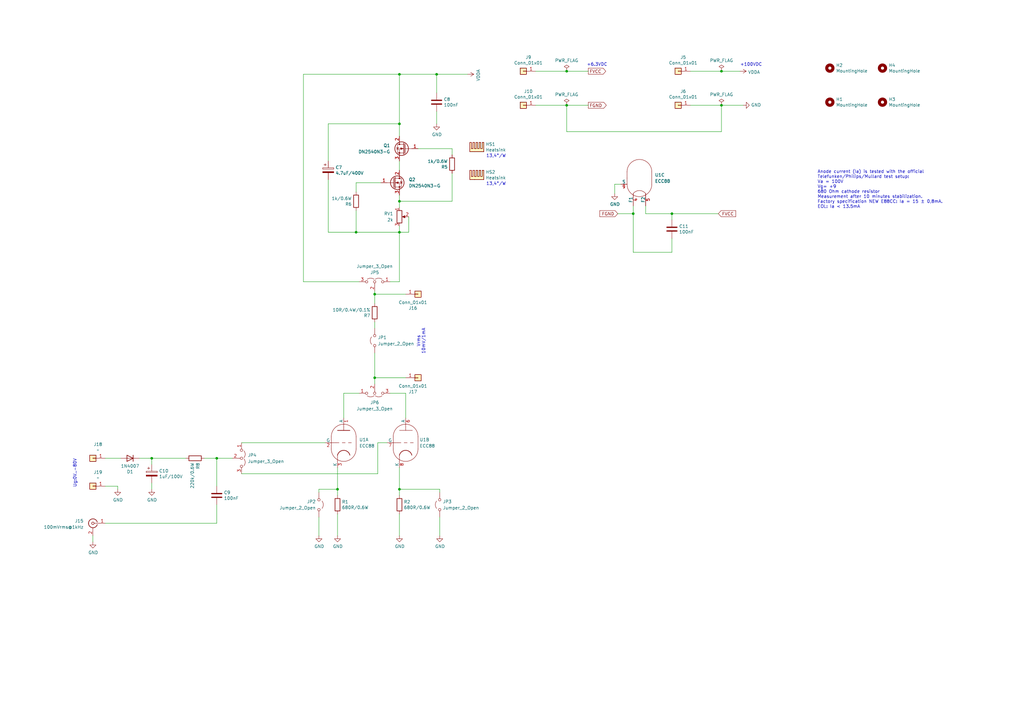
<source format=kicad_sch>
(kicad_sch (version 20231120) (generator "eeschema") (generator_version "8.0")
  (paper "A3")
  (title_block (title "GM Test Setup ECC88/E88CC") (date "2024-08-08") (rev "V2"))
  (lib_symbols
    (symbol "Connector:Conn_Coaxial" (pin_names (offset 1.016) hide)
      (property "Reference" "J" (at 0.254 3.048 0))
      (property "Value" "Conn_Coaxial" (at 2.921 0 90))
      (symbol "Conn_Coaxial_0_1"
        (arc (start -1.778 -0.508) (mid 0.2311 -1.8066) (end 1.778 0) (stroke (width 0.254)))
        (polyline (pts (xy -2.54 0) (xy -0.508 0)))
        (polyline (pts (xy 0 -2.54) (xy 0 -1.778)))
        (circle (center 0 0) (radius 0.508) (stroke (width 0.2032)))
        (arc (start 1.778 0) (mid 0.2099 1.8101) (end -1.778 0.508) (stroke (width 0.254)))
      )
      (symbol "Conn_Coaxial_1_1"
        (pin passive line (at -5.08 0 0) (length 2.54) (name "In") (number "1"))
        (pin passive line (at 0 -5.08 90) (length 2.54) (name "Ext") (number "2"))
      )
    )
    (symbol "Connector_Generic:Conn_01x01" (pin_names (offset 1.016) hide)
      (property "Reference" "J" (at 0 2.54 0))
      (property "Value" "Conn_01x01" (at 0 -2.54 0))
      (symbol "Conn_01x01_1_1"
        (rectangle (start -1.27 0.127) (end 0 -0.127) (stroke (width 0.1524)))
        (rectangle (start -1.27 1.27) (end 1.27 -1.27) (stroke (width 0.254)) (fill (type background)))
        (pin passive line (at -5.08 0 0) (length 3.81) (name "Pin_1") (number "1"))
      )
    )
    (symbol "Device:C" (pin_numbers hide) (pin_names (offset 0.254))
      (property "Reference" "C" (at 0.635 2.54 0))
      (property "Value" "C" (at 0.635 -2.54 0))
      (symbol "C_0_1"
        (polyline (pts (xy -2.032 -0.762) (xy 2.032 -0.762)) (stroke (width 0.508)))
        (polyline (pts (xy -2.032 0.762) (xy 2.032 0.762)) (stroke (width 0.508)))
      )
      (symbol "C_1_1"
        (pin passive line (at 0 3.81 270) (length 2.794) (name "~") (number "1"))
        (pin passive line (at 0 -3.81 90) (length 2.794) (name "~") (number "2"))
      )
    )
    (symbol "Device:C_Polarized" (pin_numbers hide) (pin_names (offset 0.254))
      (property "Reference" "C" (at 0.635 2.54 0))
      (property "Value" "C_Polarized" (at 0.635 -2.54 0))
      (symbol "C_Polarized_0_1"
        (rectangle (start -2.286 0.508) (end 2.286 1.016))
        (polyline (pts (xy -1.778 2.286) (xy -0.762 2.286)))
        (polyline (pts (xy -1.27 2.794) (xy -1.27 1.778)))
        (rectangle (start 2.286 -0.508) (end -2.286 -1.016) (fill (type outline)))
      )
      (symbol "C_Polarized_1_1"
        (pin passive line (at 0 3.81 270) (length 2.794) (name "~") (number "1"))
        (pin passive line (at 0 -3.81 90) (length 2.794) (name "~") (number "2"))
      )
    )
    (symbol "Device:R" (pin_numbers hide) (pin_names (offset 0))
      (property "Reference" "R" (at 2.032 0 90))
      (property "Value" "R" (at 0 0 90))
      (symbol "R_0_1"
        (rectangle (start -1.016 -2.54) (end 1.016 2.54) (stroke (width 0.254)))
      )
      (symbol "R_1_1"
        (pin passive line (at 0 3.81 270) (length 1.27) (name "~") (number "1"))
        (pin passive line (at 0 -3.81 90) (length 1.27) (name "~") (number "2"))
      )
    )
    (symbol "Device:R_Potentiometer" (pin_names (offset 1.016) hide)
      (property "Reference" "RV" (at -4.445 0 90))
      (property "Value" "R_Potentiometer" (at -2.54 0 90))
      (symbol "R_Potentiometer_0_1"
        (polyline (pts (xy 2.54 0) (xy 1.524 0)))
        (polyline (pts (xy 1.143 0) (xy 2.286 0.508) (xy 2.286 -0.508) (xy 1.143 0)) (fill (type outline)))
        (rectangle (start 1.016 2.54) (end -1.016 -2.54) (stroke (width 0.254)))
      )
      (symbol "R_Potentiometer_1_1"
        (pin passive line (at 0 3.81 270) (length 1.27) (name "1") (number "1"))
        (pin passive line (at 3.81 0 180) (length 1.27) (name "2") (number "2"))
        (pin passive line (at 0 -3.81 90) (length 1.27) (name "3") (number "3"))
      )
    )
    (symbol "Diode:1N4007" (pin_numbers hide) (pin_names hide)
      (property "Reference" "D" (at 0 2.54 0))
      (property "Value" "1N4007" (at 0 -2.54 0))
      (symbol "1N4007_0_1"
        (polyline (pts (xy -1.27 1.27) (xy -1.27 -1.27)) (stroke (width 0.254)))
        (polyline (pts (xy 1.27 0) (xy -1.27 0)))
        (polyline (pts (xy 1.27 1.27) (xy 1.27 -1.27) (xy -1.27 0) (xy 1.27 1.27)) (stroke (width 0.254)))
      )
      (symbol "1N4007_1_1"
        (pin passive line (at -3.81 0 0) (length 2.54) (name "K") (number "1"))
        (pin passive line (at 3.81 0 180) (length 2.54) (name "A") (number "2"))
      )
    )
    (symbol "Jumper:Jumper_2_Open" (pin_numbers hide) (pin_names (offset 0) hide) (exclude_from_sim yes)
      (property "Reference" "JP" (at 0 2.794 0))
      (property "Value" "Jumper_2_Open" (at 0 -2.286 0))
      (symbol "Jumper_2_Open_0_0"
        (circle (center -2.032 0) (radius 0.508))
        (circle (center 2.032 0) (radius 0.508))
      )
      (symbol "Jumper_2_Open_0_1"
        (arc (start 1.524 1.27) (mid 0 1.778) (end -1.524 1.27))
      )
      (symbol "Jumper_2_Open_1_1"
        (pin passive line (at -5.08 0 0) (length 2.54) (name "A") (number "1"))
        (pin passive line (at 5.08 0 180) (length 2.54) (name "B") (number "2"))
      )
    )
    (symbol "Jumper:Jumper_3_Open" (pin_names (offset 0) hide) (exclude_from_sim yes) (in_bom no)
      (property "Reference" "JP" (at -2.54 -2.54 0))
      (property "Value" "Jumper_3_Open" (at 0 2.794 0))
      (symbol "Jumper_3_Open_0_0"
        (circle (center -3.302 0) (radius 0.508))
        (circle (center 0 0) (radius 0.508))
        (circle (center 3.302 0) (radius 0.508))
      )
      (symbol "Jumper_3_Open_0_1"
        (arc (start -0.254 1.016) (mid -1.651 1.4992) (end -3.048 1.016))
        (polyline (pts (xy 0 -0.508) (xy 0 -1.27)))
        (arc (start 3.048 1.016) (mid 1.651 1.4992) (end 0.254 1.016))
      )
      (symbol "Jumper_3_Open_1_1"
        (pin passive line (at -6.35 0 0) (length 2.54) (name "A") (number "1"))
        (pin passive line (at 0 -3.81 90) (length 2.54) (name "C") (number "2"))
        (pin passive line (at 6.35 0 180) (length 2.54) (name "B") (number "3"))
      )
    )
    (symbol "Mechanical:Heatsink" (pin_names (offset 1.016)) (exclude_from_sim yes)
      (property "Reference" "HS" (at 0 5.08 0))
      (property "Value" "Heatsink" (at 0 -1.27 0))
      (symbol "Heatsink_0_1"
        (polyline (pts (xy -0.3302 1.27) (xy -0.9652 1.27) (xy -0.9652 3.81) (xy -1.6002 3.81) (xy -1.6002 1.27) (xy -2.2352 1.27) (xy -2.2352 3.81) (xy -2.8702 3.81) (xy -2.8702 0) (xy -0.9652 0)) (stroke (width 0.254)) (fill (type background)))
        (polyline (pts (xy -0.3302 1.27) (xy -0.3302 3.81) (xy 0.3048 3.81) (xy 0.3048 1.27) (xy 0.9398 1.27) (xy 0.9398 3.81) (xy 1.5748 3.81) (xy 1.5748 1.27) (xy 2.2098 1.27) (xy 2.2098 3.81) (xy 2.8448 3.81) (xy 2.8448 0) (xy -0.9652 0)) (stroke (width 0.254)) (fill (type background)))
      )
    )
    (symbol "Mechanical:MountingHole" (pin_names (offset 1.016))
      (property "Reference" "H" (at 0 5.08 0))
      (property "Value" "MountingHole" (at 0 3.175 0))
      (symbol "MountingHole_0_1"
        (circle (center 0 0) (radius 1.27) (stroke (width 1.27)))
      )
    )
    (symbol "Transistor_FET_Other:DN2540N5-G" (pin_names (offset 0) hide)
      (property "Reference" "Q" (at 5.08 1.905 0))
      (property "Value" "DN2540N5-G" (at 5.08 0 0))
      (symbol "DN2540N5-G_0_1"
        (polyline (pts (xy 0.254 0) (xy -2.54 0)))
        (polyline (pts (xy 0.254 1.905) (xy 0.254 -1.905)) (stroke (width 0.254)))
        (polyline (pts (xy 0.762 2.286) (xy 0.762 -2.286)) (stroke (width 0.254)))
        (polyline (pts (xy 2.54 2.54) (xy 2.54 1.778)))
        (polyline (pts (xy 2.54 -2.54) (xy 2.54 0) (xy 0.762 0)))
        (polyline (pts (xy 0.762 -1.778) (xy 3.302 -1.778) (xy 3.302 1.778) (xy 0.762 1.778)))
        (polyline (pts (xy 1.016 0) (xy 2.032 0.381) (xy 2.032 -0.381) (xy 1.016 0)) (fill (type outline)))
        (polyline (pts (xy 2.794 0.508) (xy 2.921 0.381) (xy 3.683 0.381) (xy 3.81 0.254)))
        (polyline (pts (xy 3.302 0.381) (xy 2.921 -0.254) (xy 3.683 -0.254) (xy 3.302 0.381)))
        (circle (center 1.651 0) (radius 2.794) (stroke (width 0.254)))
        (circle (center 2.54 -1.778) (radius 0.254) (fill (type outline)))
        (circle (center 2.54 1.778) (radius 0.254) (fill (type outline)))
      )
      (symbol "DN2540N5-G_1_1"
        (pin input line (at -5.08 0 0) (length 2.54) (name "G") (number "1"))
        (pin passive line (at 2.54 5.08 270) (length 2.54) (name "D") (number "2"))
        (pin passive line (at 2.54 -5.08 90) (length 2.54) (name "S") (number "3"))
      )
    )
    (symbol "kicad-snk:ECC88-Shield" (pin_names (offset 0))
      (property "Reference" "U" (at 4.318 7.112 0))
      (property "Value" "ECC88-Shield" (at 5.08 -7.62 0))
      (symbol "ECC88-Shield_0_1"
        (arc (start -5.08 -2.54) (mid 0 -7.5978) (end 5.08 -2.54))
        (polyline (pts (xy -5.08 0) (xy -5.08 -2.54)))
        (polyline (pts (xy -5.08 2.54) (xy -5.08 0)))
        (polyline (pts (xy 5.08 2.54) (xy 5.08 -2.54)))
        (arc (start 5.08 2.54) (mid 0 7.5978) (end -5.08 2.54))
      )
      (symbol "ECC88-Shield_1_0"
        (polyline (pts (xy -2.54 -5.08) (xy -2.54 -7.62)))
        (polyline (pts (xy 0 5.08) (xy 0 7.62)))
      )
      (symbol "ECC88-Shield_1_1"
        (polyline (pts (xy -5.08 0) (xy -3.175 0)))
        (polyline (pts (xy -1.905 0) (xy -3.175 0)) (stroke (width 0.1524)))
        (polyline (pts (xy -0.635 0) (xy 0.635 0)) (stroke (width 0.1524)))
        (polyline (pts (xy 1.905 0) (xy 3.175 0)) (stroke (width 0.1524)))
        (polyline (pts (xy -2.54 5.08) (xy 2.54 5.08) (xy 2.54 5.08)) (stroke (width 0.254)))
        (arc (start 2.54 -5.08) (mid 0 -3.0968) (end -2.54 -5.08) (stroke (width 0.254)))
        (pin output line (at 0 10.16 270) (length 2.54) (name "A") (number "1"))
        (pin input line (at -7.62 0 0) (length 2.54) (name "G") (number "2"))
        (pin bidirectional line (at -2.54 -10.16 90) (length 2.54) (name "K") (number "3"))
      )
      (symbol "ECC88-Shield_2_0"
        (polyline (pts (xy -5.08 0) (xy -3.175 0)))
        (polyline (pts (xy -2.54 -5.08) (xy -2.54 -7.62)))
        (polyline (pts (xy -1.905 0) (xy -3.175 0)) (stroke (width 0.1524)))
        (polyline (pts (xy -0.635 0) (xy 0.635 0)) (stroke (width 0.1524)))
        (polyline (pts (xy 0 5.08) (xy 0 7.62)))
        (polyline (pts (xy 1.905 0) (xy 3.175 0)) (stroke (width 0.1524)))
        (polyline (pts (xy 2.794 5.08) (xy -2.54 5.08) (xy -2.54 5.08)) (stroke (width 0.1524)))
      )
      (symbol "ECC88-Shield_2_1"
        (arc (start 2.54 -5.08) (mid 0 -3.0968) (end -2.54 -5.08) (stroke (width 0.254)))
        (pin output line (at 0 10.16 270) (length 2.54) (name "A") (number "6"))
        (pin input line (at -7.62 0 0) (length 2.54) (name "G") (number "7"))
        (pin bidirectional line (at -2.54 -10.16 90) (length 2.54) (name "K") (number "8"))
      )
      (symbol "ECC88-Shield_3_1"
        (arc (start 2.54 -6.35) (mid 0 -5.1292) (end -2.54 -6.35))
        (pin power_in line (at -2.54 -11.43 90) (length 5.08) (name "F1") (number "4"))
        (pin power_in line (at 2.54 -11.43 90) (length 5.08) (name "F2") (number "5"))
        (pin passive line (at -7.62 -2.54 0) (length 2.54) (name "S") (number "9"))
      )
    )
    (symbol "power:GND" (power) (pin_names (offset 0))
      (property "Value" "GND" (at 0 -3.81 0))
      (symbol "GND_0_1"
        (polyline (pts (xy 0 0) (xy 0 -1.27) (xy 1.27 -1.27) (xy 0 -2.54) (xy -1.27 -1.27) (xy 0 -1.27)))
      )
      (symbol "GND_1_1"
        (pin power_in line (at 0 0 270) (length 0) hide (name "GND") (number "1"))
      )
    )
    (symbol "power:PWR_FLAG" (power) (pin_numbers hide) (pin_names (offset 0) hide)
      (property "Value" "PWR_FLAG" (at 0 3.81 0))
      (symbol "PWR_FLAG_0_0"
        (pin power_out line (at 0 0 90) (length 0) (name "pwr") (number "1"))
      )
      (symbol "PWR_FLAG_0_1"
        (polyline (pts (xy 0 0) (xy 0 1.27) (xy -1.016 1.905) (xy 0 2.54) (xy 1.016 1.905) (xy 0 1.27)))
      )
    )
    (symbol "power:VDDA" (power) (pin_names (offset 0))
      (property "Value" "VDDA" (at 0 3.81 0))
      (symbol "VDDA_0_1"
        (polyline (pts (xy -0.762 1.27) (xy 0 2.54)))
        (polyline (pts (xy 0 0) (xy 0 2.54)))
        (polyline (pts (xy 0 2.54) (xy 0.762 1.27)))
      )
      (symbol "VDDA_1_1"
        (pin power_in line (at 0 0 90) (length 0) hide (name "VDDA") (number "1"))
      )
    )
  )
  (junction (at 163.83 200.66))
  (junction (at 163.83 95.25))
  (junction (at 62.23 187.96))
  (junction (at 259.715 87.63))
  (junction (at 295.91 43.18))
  (junction (at 275.59 87.63))
  (junction (at 232.41 43.18))
  (junction (at 295.91 29.21))
  (junction (at 88.9 187.96))
  (junction (at 163.83 50.8))
  (junction (at 138.43 200.66))
  (junction (at 163.83 82.55))
  (junction (at 179.07 30.48))
  (junction (at 153.67 120.65))
  (junction (at 232.41 29.21))
  (junction (at 153.67 154.94))
  (junction (at 163.83 30.48))
  (junction (at 146.05 95.25))
  (wire (pts (xy 160.02 161.29) (xy 166.37 161.29)))
  (wire (pts (xy 180.34 200.66) (xy 163.83 200.66)))
  (wire (pts (xy 232.41 53.975) (xy 232.41 43.18)))
  (wire (pts (xy 232.41 53.975) (xy 295.91 53.975)))
  (wire (pts (xy 158.75 181.61) (xy 154.94 181.61)))
  (wire (pts (xy 134.62 50.8) (xy 134.62 66.04)))
  (wire (pts (xy 153.67 144.78) (xy 153.67 154.94)))
  (wire (pts (xy 163.83 80.01) (xy 163.83 82.55)))
  (wire (pts (xy 163.83 50.8) (xy 163.83 30.48)))
  (wire (pts (xy 163.83 66.04) (xy 163.83 69.85)))
  (wire (pts (xy 153.67 154.94) (xy 153.67 157.48)))
  (wire (pts (xy 153.67 120.65) (xy 153.67 124.46)))
  (wire (pts (xy 179.07 38.1) (xy 179.07 30.48)))
  (wire (pts (xy 153.67 132.08) (xy 153.67 134.62)))
  (wire (pts (xy 163.83 82.55) (xy 185.42 82.55)))
  (wire (pts (xy 252.095 79.375) (xy 252.095 75.565)))
  (wire (pts (xy 275.59 97.79) (xy 275.59 103.505)))
  (wire (pts (xy 48.26 199.39) (xy 48.26 200.66)))
  (wire (pts (xy 99.06 181.61) (xy 133.35 181.61)))
  (wire (pts (xy 179.07 30.48) (xy 191.77 30.48)))
  (wire (pts (xy -133.35 114.3) (xy -116.84 114.3)))
  (wire (pts (xy 43.18 187.96) (xy 49.53 187.96)))
  (wire (pts (xy 275.59 87.63) (xy 294.64 87.63)))
  (wire (pts (xy 153.67 119.38) (xy 153.67 120.65)))
  (wire (pts (xy 146.05 95.25) (xy 146.05 86.36)))
  (wire (pts (xy 219.71 43.18) (xy 232.41 43.18)))
  (wire (pts (xy 38.1 219.71) (xy 38.1 222.25)))
  (wire (pts (xy 138.43 210.82) (xy 138.43 219.71)))
  (wire (pts (xy 259.715 87.63) (xy 259.715 103.505)))
  (wire (pts (xy 295.91 29.21) (xy 283.21 29.21)))
  (wire (pts (xy 83.82 187.96) (xy 88.9 187.96)))
  (wire (pts (xy 130.81 201.93) (xy 130.81 200.66)))
  (wire (pts (xy 124.46 30.48) (xy 163.83 30.48)))
  (wire (pts (xy 180.34 212.09) (xy 180.34 219.71)))
  (wire (pts (xy 140.97 161.29) (xy 140.97 171.45)))
  (wire (pts (xy 303.53 29.21) (xy 295.91 29.21)))
  (wire (pts (xy 57.15 187.96) (xy 62.23 187.96)))
  (wire (pts (xy 130.81 200.66) (xy 138.43 200.66)))
  (wire (pts (xy 275.59 87.63) (xy 275.59 90.17)))
  (wire (pts (xy 252.095 75.565) (xy 254.635 75.565)))
  (wire (pts (xy 163.83 55.88) (xy 163.83 50.8)))
  (wire (pts (xy 163.83 30.48) (xy 179.07 30.48)))
  (wire (pts (xy 88.9 187.96) (xy 88.9 199.39)))
  (wire (pts (xy 264.795 87.63) (xy 264.795 84.455)))
  (wire (pts (xy 62.23 187.96) (xy 62.23 190.5)))
  (wire (pts (xy 163.83 191.77) (xy 163.83 200.66)))
  (wire (pts (xy 130.81 212.09) (xy 130.81 219.71)))
  (wire (pts (xy 146.05 74.93) (xy 156.21 74.93)))
  (wire (pts (xy 163.83 92.71) (xy 163.83 95.25)))
  (wire (pts (xy 153.67 120.65) (xy 166.37 120.65)))
  (wire (pts (xy -111.76 124.46) (xy -111.76 147.32)))
  (wire (pts (xy 163.83 95.25) (xy 167.64 95.25)))
  (wire (pts (xy 283.21 43.18) (xy 295.91 43.18)))
  (wire (pts (xy 163.83 210.82) (xy 163.83 219.71)))
  (wire (pts (xy 232.41 29.21) (xy 241.3 29.21)))
  (wire (pts (xy 62.23 198.12) (xy 62.23 200.66)))
  (wire (pts (xy 163.83 200.66) (xy 163.83 203.2)))
  (wire (pts (xy 295.91 43.18) (xy 304.8 43.18)))
  (wire (pts (xy 185.42 82.55) (xy 185.42 71.12)))
  (wire (pts (xy 134.62 95.25) (xy 134.62 73.66)))
  (wire (pts (xy 88.9 187.96) (xy 95.25 187.96)))
  (wire (pts (xy 259.715 103.505) (xy 275.59 103.505)))
  (wire (pts (xy 264.795 87.63) (xy 275.59 87.63)))
  (wire (pts (xy 147.32 115.57) (xy 124.46 115.57)))
  (wire (pts (xy 179.07 50.8) (xy 179.07 45.72)))
  (wire (pts (xy 48.26 199.39) (xy 43.18 199.39)))
  (wire (pts (xy 232.41 29.21) (xy 219.71 29.21)))
  (wire (pts (xy 146.05 95.25) (xy 134.62 95.25)))
  (wire (pts (xy 163.83 115.57) (xy 160.02 115.57)))
  (wire (pts (xy 232.41 43.18) (xy 241.3 43.18)))
  (wire (pts (xy 259.715 87.63) (xy 259.715 84.455)))
  (wire (pts (xy 124.46 115.57) (xy 124.46 30.48)))
  (wire (pts (xy 171.45 60.96) (xy 185.42 60.96)))
  (wire (pts (xy 138.43 191.77) (xy 138.43 200.66)))
  (wire (pts (xy 295.91 53.975) (xy 295.91 43.18)))
  (wire (pts (xy 99.06 194.31) (xy 154.94 194.31)))
  (wire (pts (xy 76.2 187.96) (xy 62.23 187.96)))
  (wire (pts (xy 88.9 214.63) (xy 88.9 207.01)))
  (wire (pts (xy 147.32 161.29) (xy 140.97 161.29)))
  (wire (pts (xy 138.43 200.66) (xy 138.43 203.2)))
  (wire (pts (xy 166.37 161.29) (xy 166.37 171.45)))
  (wire (pts (xy 180.34 201.93) (xy 180.34 200.66)))
  (wire (pts (xy 146.05 78.74) (xy 146.05 74.93)))
  (wire (pts (xy 153.67 154.94) (xy 166.37 154.94)))
  (wire (pts (xy 253.365 87.63) (xy 259.715 87.63)))
  (wire (pts (xy 154.94 194.31) (xy 154.94 181.61)))
  (wire (pts (xy 185.42 60.96) (xy 185.42 63.5)))
  (wire (pts (xy 163.83 95.25) (xy 163.83 115.57)))
  (wire (pts (xy -109.22 98.425) (xy -109.22 104.14)))
  (wire (pts (xy 43.18 214.63) (xy 88.9 214.63)))
  (wire (pts (xy 167.64 88.9) (xy 167.64 95.25)))
  (wire (pts (xy 163.83 95.25) (xy 146.05 95.25)))
  (wire (pts (xy 163.83 50.8) (xy 134.62 50.8)))
  (wire (pts (xy 163.83 82.55) (xy 163.83 85.09)))
  (text "+6.3VDC" (at 240.665 27.305 0) (effects (font (size 1.27 1.27)) (justify left bottom)))
  (text "Anode current (Ia) is tested with the official\nTelefunken/Philips/Mullard test setup: \nVa = 100V\nVg= +9\n680 Ohm cathode resistor\nMeasurement after 10 minutes stabilization. \nFactory specification NEW E88CC: Ia = 15 ± 0,8mA.\nEOL: Ia < 13.5mA\n\n" (at 335.28 87.63 0) (effects (font (size 1.27 1.27)) (justify left bottom)))
  (text "13,4°/W" (at 199.39 64.77 0) (effects (font (size 1.27 1.27)) (justify left bottom)))
  (text "+100VDC" (at 303.53 27.305 0) (effects (font (size 1.27 1.27)) (justify left bottom)))
  (text "Vrms\n10mV/1mA" (at 172.72 139.954 90) (effects (font (size 1.27 1.27))))
  (text "13,4°/W" (at 199.39 76.2 0) (effects (font (size 1.27 1.27)) (justify left bottom)))
  (text "Ug:0V..-80V" (at 30.734 194.056 90) (effects (font (size 1.27 1.27))))
  (global_label "FGND" (shape output) (at 241.3 43.18 0) (property "Intersheetrefs" "${INTERSHEET_REFS}" (effects (hide yes))))
  (global_label "FVCC" (shape output) (at 241.3 29.21 0) (property "Intersheetrefs" "${INTERSHEET_REFS}" (effects (hide yes))))
  (global_label "FGND" (shape input) (at 253.365 87.63 180) (property "Intersheetrefs" "${INTERSHEET_REFS}" (effects (hide yes))))
  (global_label "FVCC" (shape input) (at 294.64 87.63 0) (property "Intersheetrefs" "${INTERSHEET_REFS}" (effects (hide yes))))
  (symbol (lib_id "Connector_Generic:Conn_01x01") (at 278.13 29.21 180) (unit 1)
    (property "Reference" "J5" (at 280.2128 23.495 0))
    (property "Value" "Conn_01x01" (at 280.2128 25.8064 0))
    (property "Footprint" "Connector_Pin:Pin_D1.3mm_L11.0mm" (effects (hide yes)))
  )
  (symbol (lib_id "Connector_Generic:Conn_01x01") (at 278.13 43.18 180) (unit 1)
    (property "Reference" "J6" (at 280.2128 37.465 0))
    (property "Value" "Conn_01x01" (at 280.2128 39.7764 0))
    (property "Footprint" "Connector_Pin:Pin_D1.3mm_L11.0mm" (effects (hide yes)))
  )
  (symbol (lib_id "Mechanical:MountingHole") (at 340.36 27.94 0) (unit 1)
    (property "Reference" "H2" (at 342.9 26.7716 0) (effects (justify left)))
    (property "Value" "MountingHole" (at 342.9 29.083 0) (effects (justify left)))
    (property "Footprint" "MountingHole:MountingHole_3.2mm_M3_Pad_Via" (effects (hide yes)))
  )
  (symbol (lib_id "Mechanical:MountingHole") (at 361.95 27.94 0) (unit 1)
    (property "Reference" "H4" (at 364.49 26.7716 0) (effects (justify left)))
    (property "Value" "MountingHole" (at 364.49 29.083 0) (effects (justify left)))
    (property "Footprint" "MountingHole:MountingHole_3.2mm_M3_Pad_Via" (effects (hide yes)))
  )
  (symbol (lib_id "Mechanical:MountingHole") (at 340.36 41.91 0) (unit 1)
    (property "Reference" "H1" (at 342.9 40.7416 0) (effects (justify left)))
    (property "Value" "MountingHole" (at 342.9 43.053 0) (effects (justify left)))
    (property "Footprint" "MountingHole:MountingHole_3.2mm_M3_Pad_Via" (effects (hide yes)))
  )
  (symbol (lib_id "Mechanical:MountingHole") (at 361.95 41.91 0) (unit 1)
    (property "Reference" "H3" (at 364.49 40.7416 0) (effects (justify left)))
    (property "Value" "MountingHole" (at 364.49 43.053 0) (effects (justify left)))
    (property "Footprint" "MountingHole:MountingHole_3.2mm_M3_Pad_Via" (effects (hide yes)))
  )
  (symbol (lib_id "power:PWR_FLAG") (at 295.91 29.21 0) (unit 1)
    (property "Reference" "#FLG04" (effects (hide yes)))
    (property "Value" "PWR_FLAG" (at 295.91 24.8158 0))
  )
  (symbol (lib_id "power:GND") (at 304.8 43.18 90) (unit 1)
    (property "Reference" "#PWR05" (effects (hide yes)))
    (property "Value" "GND" (at 308.0512 43.053 90) (effects (justify right)))
  )
  (symbol (lib_id "power:PWR_FLAG") (at 295.91 43.18 0) (unit 1)
    (property "Reference" "#FLG03" (effects (hide yes)))
    (property "Value" "PWR_FLAG" (at 295.91 38.7858 0))
  )
  (symbol (lib_id "power:VDDA") (at 303.53 29.21 270) (unit 1)
    (property "Reference" "#PWR07" (effects (hide yes)))
    (property "Value" "VDDA" (at 306.7812 29.591 90) (effects (justify left)))
  )
  (symbol (lib_id "Connector_Generic:Conn_01x01") (at 214.63 29.21 180) (unit 1)
    (property "Reference" "J9" (at 216.7128 23.495 0))
    (property "Value" "Conn_01x01" (at 216.7128 25.8064 0))
    (property "Footprint" "Connector_Pin:Pin_D1.3mm_L11.0mm" (effects (hide yes)))
  )
  (symbol (lib_id "Connector_Generic:Conn_01x01") (at 214.63 43.18 180) (unit 1)
    (property "Reference" "J10" (at 216.7128 37.465 0))
    (property "Value" "Conn_01x01" (at 216.7128 39.7764 0))
    (property "Footprint" "Connector_Pin:Pin_D1.3mm_L11.0mm" (effects (hide yes)))
  )
  (symbol (lib_id "power:PWR_FLAG") (at 232.41 29.21 0) (unit 1)
    (property "Reference" "#FLG01" (effects (hide yes)))
    (property "Value" "PWR_FLAG" (at 232.41 24.8158 0))
  )
  (symbol (lib_id "power:PWR_FLAG") (at 232.41 43.18 0) (unit 1)
    (property "Reference" "#FLG02" (effects (hide yes)))
    (property "Value" "PWR_FLAG" (at 232.41 38.7858 0))
  )
  (symbol (lib_id "Device:C") (at 275.59 93.98 0) (unit 1)
    (property "Reference" "C11" (at 278.511 92.8116 0) (effects (justify left)))
    (property "Value" "100nF" (at 278.511 95.123 0) (effects (justify left)))
    (property "Footprint" "Capacitor_THT:C_Rect_L7.2mm_W2.5mm_P5.00mm_FKS2_FKP2_MKS2_MKP2" (effects (hide yes)))
  )
  (symbol (lib_id "power:GND") (at 180.34 219.71 0) (unit 1)
    (property "Reference" "#PWR04" (effects (hide yes)))
    (property "Value" "GND" (at 180.467 224.1042 0))
  )
  (symbol (lib_id "Device:C_Polarized") (at 134.62 69.85 0) (unit 1)
    (property "Reference" "C7" (at 137.6172 68.6816 0) (effects (justify left)))
    (property "Value" "4.7uF/400V" (at 137.6172 70.993 0) (effects (justify left)))
    (property "Footprint" "Capacitor_THT:CP_Radial_D10.0mm_P5.00mm" (effects (hide yes)))
  )
  (symbol (lib_id "kicad-snk:ECC88-Shield") (at 140.97 181.61 0) (unit 1)
    (property "Reference" "U1" (at 147.32 180.3399 0) (effects (justify left)))
    (property "Value" "ECC88" (at 147.32 182.8799 0) (effects (justify left)))
    (property "Footprint" "w_vacuum:socket_gzc9-b" (effects (hide yes)))
    (property "Datasheet" "http://www.r-type.org/pdfs/ecc88.pdf" (effects (hide yes)))
  )
  (symbol (lib_id "power:GND") (at 163.83 219.71 0) (unit 1)
    (property "Reference" "#PWR02" (effects (hide yes)))
    (property "Value" "GND" (at 163.957 224.1042 0))
  )
  (symbol (lib_id "power:GND") (at 252.095 79.375 0) (unit 1)
    (property "Reference" "#PWR0109" (effects (hide yes)))
    (property "Value" "GND" (at 252.222 83.7692 0))
  )
  (symbol (lib_id "Connector_Generic:Conn_01x01") (at 171.45 120.65 0) (unit 1)
    (property "Reference" "J16" (at 169.3672 126.365 0))
    (property "Value" "Conn_01x01" (at 169.3672 124.0536 0))
    (property "Footprint" "Connector_Pin:Pin_D1.0mm_L10.0mm" (effects (hide yes)))
  )
  (symbol (lib_id "kicad-snk:ECC88-Shield") (at 166.37 181.61 0) (unit 2)
    (property "Reference" "U1" (at 172.085 180.3399 0) (effects (justify left)))
    (property "Value" "ECC88" (at 172.085 182.8799 0) (effects (justify left)))
    (property "Footprint" "w_vacuum:socket_gzc9-b" (effects (hide yes)))
    (property "Datasheet" "http://www.r-type.org/pdfs/ecc88.pdf" (effects (hide yes)))
  )
  (symbol (lib_id "Device:R") (at 146.05 82.55 180) (unit 1)
    (property "Reference" "R6" (at 144.272 83.7184 0) (effects (justify left)))
    (property "Value" "1k/0.6W" (at 144.272 81.407 0) (effects (justify left)))
    (property "Footprint" "Resistor_THT:R_Axial_DIN0207_L6.3mm_D2.5mm_P10.16mm_Horizontal" (effects (hide yes)))
  )
  (symbol (lib_id "Jumper:Jumper_2_Open") (at 130.81 207.01 270) (mirror x) (unit 1) (exclude_from_sim yes)
    (property "Reference" "JP2" (at 129.54 205.7399 90) (effects (justify right)))
    (property "Value" "Jumper_2_Open" (at 129.54 208.2799 90) (effects (justify right)))
    (property "Footprint" "Connector_PinHeader_2.54mm:PinHeader_1x02_P2.54mm_Vertical" (effects (hide yes)))
    (property "Description" "Jumper, 2-pole, open" (effects (hide yes)))
  )
  (symbol (lib_id "Connector_Generic:Conn_01x01") (at 38.1 199.39 180) (unit 1)
    (property "Reference" "J19" (at 40.1828 193.675 0))
    (property "Value" "~" (at 40.1828 195.9864 0))
    (property "Footprint" "Connector_Pin:Pin_D1.0mm_L10.0mm" (effects (hide yes)))
  )
  (symbol (lib_id "Connector:Conn_Coaxial") (at 38.1 214.63 0) (mirror y) (unit 1)
    (property "Reference" "J15" (at 34.29 213.6531 0) (effects (justify left)))
    (property "Value" "100mVrms@1kHz" (at 34.29 216.1931 0) (effects (justify left)))
    (property "Footprint" "kicad-snk:RCA-Phono_CUI-Devices_RCJ-02X_Vertical" (effects (hide yes)))
    (property "Description" "coaxial connector (BNC, SMA, SMB, SMC, Cinch/RCA, LEMO, ...)" (effects (hide yes)))
  )
  (symbol (lib_id "power:GND") (at 38.1 222.25 0) (unit 1)
    (property "Reference" "#PWR014" (effects (hide yes)))
    (property "Value" "GND" (at 38.227 226.6442 0))
  )
  (symbol (lib_id "Jumper:Jumper_2_Open") (at 180.34 207.01 90) (unit 1) (exclude_from_sim yes)
    (property "Reference" "JP3" (at 181.61 205.7399 90) (effects (justify right)))
    (property "Value" "Jumper_2_Open" (at 181.61 208.2799 90) (effects (justify right)))
    (property "Footprint" "Connector_PinHeader_2.54mm:PinHeader_1x02_P2.54mm_Vertical" (effects (hide yes)))
    (property "Description" "Jumper, 2-pole, open" (effects (hide yes)))
  )
  (symbol (lib_id "Transistor_FET_Other:DN2540N5-G") (at 161.29 74.93 0) (unit 1)
    (property "Reference" "Q2" (at 167.64 73.6599 0) (effects (justify left)))
    (property "Value" "DN2540N3-G" (at 167.64 76.1999 0) (effects (justify left)))
    (property "Footprint" "Package_TO_SOT_THT:TO-220-3_Vertical" (effects (hide yes)))
    (property "Datasheet" "https://ww1.microchip.com/downloads/en/DeviceDoc/DN2540%20B060313.pdf" (effects (hide yes)))
    (property "Description" "150mA Ids, 400 Vds, Depletion-mode N-channel MOSFET, TO-220" (effects (hide yes)))
  )
  (symbol (lib_id "power:VDDA") (at 191.77 30.48 270) (unit 1)
    (property "Reference" "#PWR010" (effects (hide yes)))
    (property "Value" "VDDA" (at 196.1642 30.861 0))
  )
  (symbol (lib_id "Device:C") (at 179.07 41.91 0) (unit 1)
    (property "Reference" "C8" (at 181.991 40.7416 0) (effects (justify left)))
    (property "Value" "100nF" (at 181.991 43.053 0) (effects (justify left)))
    (property "Footprint" "Capacitor_THT:C_Rect_L16.5mm_W5.0mm_P15.00mm_MKT" (effects (hide yes)))
  )
  (symbol (lib_id "kicad-snk:ECC88-Shield") (at 262.255 73.025 0) (unit 3)
    (property "Reference" "U1" (at 268.605 71.7549 0) (effects (justify left)))
    (property "Value" "ECC88" (at 268.605 74.2949 0) (effects (justify left)))
    (property "Footprint" "w_vacuum:socket_gzc9-b" (effects (hide yes)))
    (property "Datasheet" "http://www.r-type.org/pdfs/ecc88.pdf" (effects (hide yes)))
  )
  (symbol (lib_id "Jumper:Jumper_2_Open") (at 153.67 139.7 90) (unit 1) (exclude_from_sim yes)
    (property "Reference" "JP1" (at 154.94 138.4299 90) (effects (justify right)))
    (property "Value" "Jumper_2_Open" (at 154.94 140.9699 90) (effects (justify right)))
    (property "Footprint" "Connector_PinHeader_2.54mm:PinHeader_1x02_P2.54mm_Vertical" (effects (hide yes)))
    (property "Description" "Jumper, 2-pole, open" (effects (hide yes)))
  )
  (symbol (lib_id "Connector_Generic:Conn_01x01") (at 38.1 187.96 180) (unit 1)
    (property "Reference" "J18" (at 40.1828 182.245 0))
    (property "Value" "~" (at 40.1828 184.5564 0))
    (property "Footprint" "Connector_Pin:Pin_D1.0mm_L10.0mm" (effects (hide yes)))
  )
  (symbol (lib_id "Jumper:Jumper_3_Open") (at 99.06 187.96 270) (unit 1) (exclude_from_sim yes) (in_bom no)
    (property "Reference" "JP4" (at 101.6 186.6899 90) (effects (justify left)))
    (property "Value" "Jumper_3_Open" (at 101.6 189.2299 90) (effects (justify left)))
    (property "Footprint" "Connector_PinHeader_2.54mm:PinHeader_1x03_P2.54mm_Vertical" (effects (hide yes)))
    (property "Description" "Jumper, 3-pole, both open" (effects (hide yes)))
  )
  (symbol (lib_id "Device:R") (at 185.42 67.31 180) (unit 1)
    (property "Reference" "R5" (at 183.642 68.4784 0) (effects (justify left)))
    (property "Value" "1k/0.6W" (at 183.642 66.167 0) (effects (justify left)))
    (property "Footprint" "Resistor_THT:R_Axial_DIN0207_L6.3mm_D2.5mm_P10.16mm_Horizontal" (effects (hide yes)))
  )
  (symbol (lib_id "Transistor_FET_Other:DN2540N5-G") (at 166.37 60.96 0) (mirror y) (unit 1)
    (property "Reference" "Q1" (at 160.02 59.6899 0) (effects (justify left)))
    (property "Value" "DN2540N3-G" (at 160.02 62.2299 0) (effects (justify left)))
    (property "Footprint" "Package_TO_SOT_THT:TO-220-3_Vertical" (effects (hide yes)))
    (property "Datasheet" "https://ww1.microchip.com/downloads/en/DeviceDoc/DN2540%20B060313.pdf" (effects (hide yes)))
    (property "Description" "150mA Ids, 400 Vds, Depletion-mode N-channel MOSFET, TO-220" (effects (hide yes)))
  )
  (symbol (lib_id "power:GND") (at 138.43 219.71 0) (unit 1)
    (property "Reference" "#PWR01" (effects (hide yes)))
    (property "Value" "GND" (at 138.557 224.1042 0))
  )
  (symbol (lib_id "Device:R") (at 153.67 128.27 180) (unit 1)
    (property "Reference" "R7" (at 151.892 129.4384 0) (effects (justify left)))
    (property "Value" "10R/0.4W/0.1%" (at 151.892 127.127 0) (effects (justify left)))
    (property "Footprint" "Resistor_THT:R_Axial_DIN0207_L6.3mm_D2.5mm_P10.16mm_Horizontal" (effects (hide yes)))
  )
  (symbol (lib_id "Jumper:Jumper_3_Open") (at 153.67 115.57 0) (mirror y) (unit 1) (exclude_from_sim yes) (in_bom no)
    (property "Reference" "JP5" (at 153.67 111.76 0))
    (property "Value" "Jumper_3_Open" (at 153.67 109.22 0))
    (property "Footprint" "Connector_PinHeader_2.54mm:PinHeader_1x03_P2.54mm_Vertical" (effects (hide yes)))
    (property "Description" "Jumper, 3-pole, both open" (effects (hide yes)))
  )
  (symbol (lib_id "Device:C") (at 88.9 203.2 0) (unit 1)
    (property "Reference" "C9" (at 91.821 202.0316 0) (effects (justify left)))
    (property "Value" "100nF" (at 91.821 204.343 0) (effects (justify left)))
    (property "Footprint" "Capacitor_THT:C_Rect_L7.2mm_W2.5mm_P5.00mm_FKS2_FKP2_MKS2_MKP2" (effects (hide yes)))
  )
  (symbol (lib_id "power:GND") (at 130.81 219.71 0) (unit 1)
    (property "Reference" "#PWR03" (effects (hide yes)))
    (property "Value" "GND" (at 130.937 224.1042 0))
  )
  (symbol (lib_id "Device:R_Potentiometer") (at 163.83 88.9 0) (unit 1)
    (property "Reference" "RV1" (at 161.29 87.6299 0) (effects (justify right)))
    (property "Value" "2k" (at 161.29 90.1699 0) (effects (justify right)))
    (property "Footprint" "Potentiometer_THT:Potentiometer_Bourns_3296W_Vertical" (effects (hide yes)))
    (property "Description" "Potentiometer" (effects (hide yes)))
  )
  (symbol (lib_id "Device:R") (at 80.01 187.96 270) (unit 1)
    (property "Reference" "R8" (at 81.1784 189.738 0) (effects (justify left)))
    (property "Value" "220k/0.6W" (at 78.867 189.738 0) (effects (justify left)))
    (property "Footprint" "Resistor_THT:R_Axial_DIN0207_L6.3mm_D2.5mm_P10.16mm_Horizontal" (effects (hide yes)))
  )
  (symbol (lib_id "Device:R") (at 163.83 207.01 0) (unit 1)
    (property "Reference" "R2" (at 165.608 205.8416 0) (effects (justify left)))
    (property "Value" "680R/0.6W" (at 165.608 208.153 0) (effects (justify left)))
    (property "Footprint" "Resistor_THT:R_Axial_DIN0207_L6.3mm_D2.5mm_P10.16mm_Horizontal" (effects (hide yes)))
  )
  (symbol (lib_id "Jumper:Jumper_3_Open") (at 153.67 161.29 0) (mirror x) (unit 1) (exclude_from_sim yes) (in_bom no)
    (property "Reference" "JP6" (at 153.67 165.1 0))
    (property "Value" "Jumper_3_Open" (at 153.67 167.64 0))
    (property "Footprint" "Connector_PinHeader_2.54mm:PinHeader_1x03_P2.54mm_Vertical" (effects (hide yes)))
    (property "Description" "Jumper, 3-pole, both open" (effects (hide yes)))
  )
  (symbol (lib_id "Device:C_Polarized") (at 62.23 194.31 0) (unit 1)
    (property "Reference" "C10" (at 65.2272 193.1416 0) (effects (justify left)))
    (property "Value" "1uF/100V" (at 65.2272 195.453 0) (effects (justify left)))
    (property "Footprint" "Capacitor_THT:CP_Radial_D5.0mm_P2.00mm" (effects (hide yes)))
  )
  (symbol (lib_id "Connector_Generic:Conn_01x01") (at 171.45 154.94 0) (unit 1)
    (property "Reference" "J17" (at 169.3672 160.655 0))
    (property "Value" "Conn_01x01" (at 169.3672 158.3436 0))
    (property "Footprint" "Connector_Pin:Pin_D1.0mm_L10.0mm" (effects (hide yes)))
  )
  (symbol (lib_id "Diode:1N4007") (at 53.34 187.96 180) (unit 1)
    (property "Reference" "D1" (at 53.34 193.4718 0))
    (property "Value" "1N4007" (at 53.34 191.1604 0))
    (property "Footprint" "Diode_THT:D_DO-41_SOD81_P10.16mm_Horizontal" (effects (hide yes)))
    (property "Datasheet" "http://www.vishay.com/docs/88503/1n4001.pdf" (effects (hide yes)))
    (property "Description" "1000V 1A General Purpose Rectifier Diode, DO-41" (effects (hide yes)))
    (property "Sim.Device" "D" (effects (hide yes)))
    (property "Sim.Pins" "1=K 2=A" (effects (hide yes)))
  )
  (symbol (lib_id "Mechanical:Heatsink") (at 195.58 62.23 0) (unit 1)
    (property "Reference" "HS1" (at 199.1868 59.1566 0) (effects (justify left)))
    (property "Value" "Heatsink" (at 199.1868 61.468 0) (effects (justify left)))
    (property "Footprint" "Heatsink:Heatsink_Fischer_SK104-STC-STIC_35x13mm_2xDrill2.5mm" (effects (hide yes)))
    (property "Description" "Heatsink" (effects (hide yes)))
  )
  (symbol (lib_id "power:GND") (at 179.07 50.8 0) (unit 1)
    (property "Reference" "#PWR09" (effects (hide yes)))
    (property "Value" "GND" (at 179.197 55.1942 0))
  )
  (symbol (lib_id "power:GND") (at 62.23 200.66 0) (unit 1)
    (property "Reference" "#PWR012" (effects (hide yes)))
    (property "Value" "GND" (at 62.357 205.0542 0))
  )
  (symbol (lib_id "power:GND") (at 48.26 200.66 0) (unit 1)
    (property "Reference" "#PWR015" (effects (hide yes)))
    (property "Value" "GND" (at 48.387 205.0542 0))
  )
  (symbol (lib_id "Mechanical:Heatsink") (at 195.58 73.66 0) (unit 1)
    (property "Reference" "HS2" (at 199.1868 70.5866 0) (effects (justify left)))
    (property "Value" "Heatsink" (at 199.1868 72.898 0) (effects (justify left)))
    (property "Footprint" "Heatsink:Heatsink_Fischer_SK104-STC-STIC_35x13mm_2xDrill2.5mm" (effects (hide yes)))
    (property "Description" "Heatsink" (effects (hide yes)))
  )
  (symbol (lib_id "Device:R") (at 138.43 207.01 0) (unit 1)
    (property "Reference" "R1" (at 140.208 205.8416 0) (effects (justify left)))
    (property "Value" "680R/0.6W" (at 140.208 208.153 0) (effects (justify left)))
    (property "Footprint" "Resistor_THT:R_Axial_DIN0207_L6.3mm_D2.5mm_P10.16mm_Horizontal" (effects (hide yes)))
  )
)
</source>
